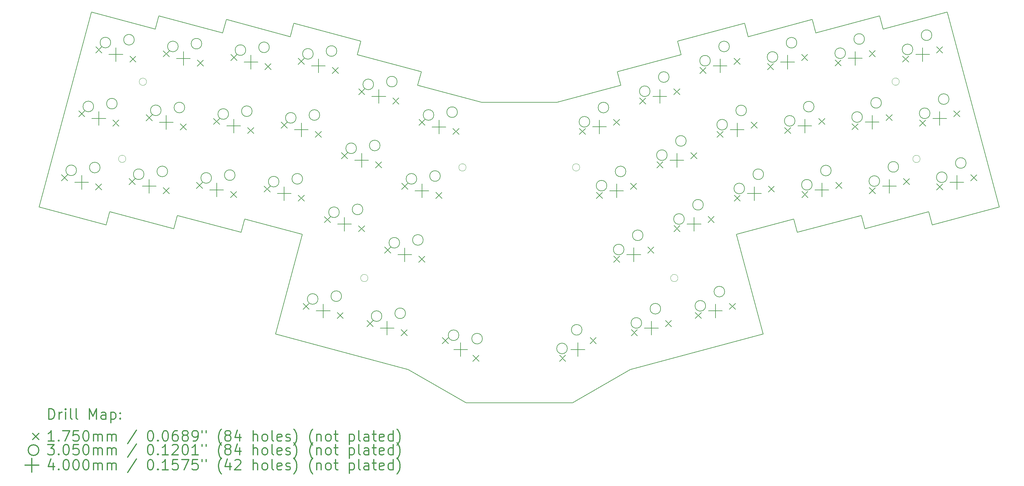
<source format=gbr>
%FSLAX45Y45*%
G04 Gerber Fmt 4.5, Leading zero omitted, Abs format (unit mm)*
G04 Created by KiCad (PCBNEW (5.1.12-1-10_14)) date 2022-10-16 17:34:38*
%MOMM*%
%LPD*%
G01*
G04 APERTURE LIST*
%TA.AperFunction,Profile*%
%ADD10C,0.050000*%
%TD*%
%TA.AperFunction,Profile*%
%ADD11C,0.200000*%
%TD*%
%ADD12C,0.200000*%
%ADD13C,0.300000*%
G04 APERTURE END LIST*
D10*
X16522000Y-9815000D02*
G75*
G03*
X16522000Y-9815000I-105000J0D01*
G01*
X13249000Y-9816000D02*
G75*
G03*
X13249000Y-9816000I-105000J0D01*
G01*
X25721000Y-7347000D02*
G75*
G03*
X25721000Y-7347000I-105000J0D01*
G01*
X26320000Y-9572000D02*
G75*
G03*
X26320000Y-9572000I-105000J0D01*
G01*
X19348000Y-13002000D02*
G75*
G03*
X19348000Y-13002000I-105000J0D01*
G01*
X10424000Y-13002000D02*
G75*
G03*
X10424000Y-13002000I-105000J0D01*
G01*
X4049000Y-7350000D02*
G75*
G03*
X4049000Y-7350000I-105000J0D01*
G01*
X3454000Y-9570000D02*
G75*
G03*
X3454000Y-9570000I-105000J0D01*
G01*
D11*
X21799552Y-14615958D02*
X21030093Y-11744300D01*
X4404083Y-5451743D02*
X4301784Y-5833525D01*
X7761614Y-14615958D02*
X8531073Y-11744300D01*
X8531073Y-11744300D02*
X6879339Y-11301720D01*
X17704966Y-7448532D02*
X15864877Y-7941582D01*
X21269851Y-5665103D02*
X21373378Y-6051473D01*
X4404083Y-5451743D02*
X6244171Y-5944793D01*
X11959728Y-7062162D02*
X11856200Y-7448532D01*
X6347699Y-5558423D02*
X8187788Y-6051473D01*
X4934494Y-11199628D02*
X6775812Y-11688090D01*
X8291315Y-5665103D02*
X8187788Y-6051473D01*
X957957Y-10952504D02*
X2461696Y-5340475D01*
X19337999Y-6182741D02*
X19441527Y-6569111D01*
X22785354Y-11688090D02*
X22681826Y-11301720D01*
X11856200Y-7448532D02*
X13696289Y-7941582D01*
X24626672Y-11199628D02*
X22785354Y-11688090D01*
X4832196Y-11581410D02*
X4934494Y-11199628D01*
X21269851Y-5665103D02*
X19337999Y-6182741D01*
X24728970Y-11581410D02*
X24626672Y-11199628D01*
X21799552Y-14615958D02*
X17975069Y-15640725D01*
X25157083Y-5451743D02*
X25259382Y-5833525D01*
X23213467Y-5558423D02*
X21373378Y-6051473D01*
X7761614Y-14615958D02*
X11586097Y-15640725D01*
X28603209Y-10952504D02*
X27099470Y-5340475D01*
X4832196Y-11581410D02*
X2992107Y-11088360D01*
X6775812Y-11688090D02*
X6879339Y-11301720D01*
X25157083Y-5451743D02*
X23316995Y-5944793D01*
X17601438Y-7062162D02*
X17704966Y-7448532D01*
X26671357Y-11470142D02*
X26569059Y-11088360D01*
X11959728Y-7062162D02*
X10119639Y-6569111D01*
X21030093Y-11744300D02*
X22681826Y-11301720D01*
X10223167Y-6182741D02*
X10119639Y-6569111D01*
X6347699Y-5558423D02*
X6244171Y-5944793D01*
X15864877Y-7941582D02*
X13696289Y-7941582D01*
X24728970Y-11581410D02*
X26569059Y-11088360D01*
X8291315Y-5665103D02*
X10223167Y-6182741D01*
X2461696Y-5340475D02*
X4301784Y-5833525D01*
X23213467Y-5558423D02*
X23316995Y-5944793D01*
X2889809Y-11470142D02*
X957957Y-10952504D01*
X2889809Y-11470142D02*
X2992107Y-11088360D01*
X11586097Y-15640725D02*
X13247138Y-16591817D01*
X27099470Y-5340475D02*
X25259382Y-5833525D01*
X16314028Y-16591817D02*
X17975069Y-15640725D01*
X26671357Y-11470142D02*
X28603209Y-10952504D01*
X17601438Y-7062162D02*
X19441527Y-6569111D01*
X13247138Y-16591817D02*
X16314028Y-16591817D01*
D12*
X1604310Y-10026020D02*
X1779310Y-10201020D01*
X1779310Y-10026020D02*
X1604310Y-10201020D01*
X2096810Y-8186020D02*
X2271810Y-8361020D01*
X2271810Y-8186020D02*
X2096810Y-8361020D01*
X2585690Y-10288980D02*
X2760690Y-10463980D01*
X2760690Y-10288980D02*
X2585690Y-10463980D01*
X2589107Y-6345916D02*
X2764107Y-6520916D01*
X2764107Y-6345916D02*
X2589107Y-6520916D01*
X3078190Y-8448980D02*
X3253190Y-8623980D01*
X3253190Y-8448980D02*
X3078190Y-8623980D01*
X3547810Y-10138020D02*
X3722810Y-10313020D01*
X3722810Y-10138020D02*
X3547810Y-10313020D01*
X3570487Y-6608876D02*
X3745487Y-6783876D01*
X3745487Y-6608876D02*
X3570487Y-6783876D01*
X4040087Y-8297975D02*
X4215087Y-8472975D01*
X4215087Y-8297975D02*
X4040087Y-8472975D01*
X4529190Y-10400980D02*
X4704190Y-10575980D01*
X4704190Y-10400980D02*
X4529190Y-10575980D01*
X4531810Y-6458520D02*
X4706810Y-6633520D01*
X4706810Y-6458520D02*
X4531810Y-6633520D01*
X5021468Y-8560935D02*
X5196468Y-8735935D01*
X5196468Y-8560935D02*
X5021468Y-8735935D01*
X5490810Y-10244020D02*
X5665810Y-10419020D01*
X5665810Y-10244020D02*
X5490810Y-10419020D01*
X5513190Y-6721480D02*
X5688190Y-6896480D01*
X5688190Y-6721480D02*
X5513190Y-6896480D01*
X5981810Y-8403520D02*
X6156810Y-8578520D01*
X6156810Y-8403520D02*
X5981810Y-8578520D01*
X6472190Y-10506980D02*
X6647190Y-10681980D01*
X6647190Y-10506980D02*
X6472190Y-10681980D01*
X6476810Y-6563520D02*
X6651810Y-6738520D01*
X6651810Y-6563520D02*
X6476810Y-6738520D01*
X6963190Y-8666480D02*
X7138190Y-8841480D01*
X7138190Y-8666480D02*
X6963190Y-8841480D01*
X7434310Y-10351020D02*
X7609310Y-10526020D01*
X7609310Y-10351020D02*
X7434310Y-10526020D01*
X7458190Y-6826480D02*
X7633190Y-7001480D01*
X7633190Y-6826480D02*
X7458190Y-7001480D01*
X7926810Y-8513520D02*
X8101810Y-8688520D01*
X8101810Y-8513520D02*
X7926810Y-8688520D01*
X8415690Y-10613980D02*
X8590690Y-10788980D01*
X8590690Y-10613980D02*
X8415690Y-10788980D01*
X8419310Y-6671020D02*
X8594310Y-6846020D01*
X8594310Y-6671020D02*
X8419310Y-6846020D01*
X8556810Y-13730020D02*
X8731810Y-13905020D01*
X8731810Y-13730020D02*
X8556810Y-13905020D01*
X8908190Y-8776480D02*
X9083190Y-8951480D01*
X9083190Y-8776480D02*
X8908190Y-8951480D01*
X9169810Y-11232020D02*
X9344810Y-11407020D01*
X9344810Y-11232020D02*
X9169810Y-11407020D01*
X9400690Y-6933980D02*
X9575690Y-7108980D01*
X9575690Y-6933980D02*
X9400690Y-7108980D01*
X9538190Y-13992980D02*
X9713190Y-14167980D01*
X9713190Y-13992980D02*
X9538190Y-14167980D01*
X9664310Y-9391020D02*
X9839310Y-9566020D01*
X9839310Y-9391020D02*
X9664310Y-9566020D01*
X10151190Y-11494980D02*
X10326190Y-11669980D01*
X10326190Y-11494980D02*
X10151190Y-11669980D01*
X10156810Y-7551020D02*
X10331810Y-7726020D01*
X10331810Y-7551020D02*
X10156810Y-7726020D01*
X10396810Y-14223520D02*
X10571810Y-14398520D01*
X10571810Y-14223520D02*
X10396810Y-14398520D01*
X10645690Y-9653980D02*
X10820690Y-9828980D01*
X10820690Y-9653980D02*
X10645690Y-9828980D01*
X10906810Y-12111020D02*
X11081810Y-12286020D01*
X11081810Y-12111020D02*
X10906810Y-12286020D01*
X11138190Y-7813980D02*
X11313190Y-7988980D01*
X11313190Y-7813980D02*
X11138190Y-7988980D01*
X11378190Y-14486480D02*
X11553190Y-14661480D01*
X11553190Y-14486480D02*
X11378190Y-14661480D01*
X11399810Y-10270020D02*
X11574810Y-10445020D01*
X11574810Y-10270020D02*
X11399810Y-10445020D01*
X11888190Y-12373980D02*
X12063190Y-12548980D01*
X12063190Y-12373980D02*
X11888190Y-12548980D01*
X11891810Y-8431020D02*
X12066810Y-8606020D01*
X12066810Y-8431020D02*
X11891810Y-8606020D01*
X12381190Y-10532980D02*
X12556190Y-10707980D01*
X12556190Y-10532980D02*
X12381190Y-10707980D01*
X12564559Y-14718500D02*
X12739559Y-14893500D01*
X12739559Y-14718500D02*
X12564559Y-14893500D01*
X12873190Y-8693980D02*
X13048190Y-8868980D01*
X13048190Y-8693980D02*
X12873190Y-8868980D01*
X13444441Y-15226500D02*
X13619441Y-15401500D01*
X13619441Y-15226500D02*
X13444441Y-15401500D01*
X15940559Y-15226500D02*
X16115559Y-15401500D01*
X16115559Y-15226500D02*
X15940559Y-15401500D01*
X16511810Y-8692980D02*
X16686810Y-8867980D01*
X16686810Y-8692980D02*
X16511810Y-8867980D01*
X16820441Y-14718500D02*
X16995441Y-14893500D01*
X16995441Y-14718500D02*
X16820441Y-14893500D01*
X17004810Y-10532980D02*
X17179810Y-10707980D01*
X17179810Y-10532980D02*
X17004810Y-10707980D01*
X17493190Y-8430020D02*
X17668190Y-8605020D01*
X17668190Y-8430020D02*
X17493190Y-8605020D01*
X17498810Y-12371980D02*
X17673810Y-12546980D01*
X17673810Y-12371980D02*
X17498810Y-12546980D01*
X17986190Y-10270020D02*
X18161190Y-10445020D01*
X18161190Y-10270020D02*
X17986190Y-10445020D01*
X18006810Y-14485980D02*
X18181810Y-14660980D01*
X18181810Y-14485980D02*
X18006810Y-14660980D01*
X18248810Y-7813980D02*
X18423810Y-7988980D01*
X18423810Y-7813980D02*
X18248810Y-7988980D01*
X18480190Y-12109020D02*
X18655190Y-12284020D01*
X18655190Y-12109020D02*
X18480190Y-12284020D01*
X18741810Y-9653980D02*
X18916810Y-9828980D01*
X18916810Y-9653980D02*
X18741810Y-9828980D01*
X18988190Y-14223020D02*
X19163190Y-14398020D01*
X19163190Y-14223020D02*
X18988190Y-14398020D01*
X19230190Y-7551020D02*
X19405190Y-7726020D01*
X19405190Y-7551020D02*
X19230190Y-7726020D01*
X19234310Y-11492980D02*
X19409310Y-11667980D01*
X19409310Y-11492980D02*
X19234310Y-11667980D01*
X19723190Y-9391020D02*
X19898190Y-9566020D01*
X19898190Y-9391020D02*
X19723190Y-9566020D01*
X19848810Y-13992980D02*
X20023810Y-14167980D01*
X20023810Y-13992980D02*
X19848810Y-14167980D01*
X19984310Y-6933980D02*
X20159310Y-7108980D01*
X20159310Y-6933980D02*
X19984310Y-7108980D01*
X20215690Y-11230020D02*
X20390690Y-11405020D01*
X20390690Y-11230020D02*
X20215690Y-11405020D01*
X20476810Y-8776480D02*
X20651810Y-8951480D01*
X20651810Y-8776480D02*
X20476810Y-8951480D01*
X20830190Y-13730020D02*
X21005190Y-13905020D01*
X21005190Y-13730020D02*
X20830190Y-13905020D01*
X20965690Y-6671020D02*
X21140690Y-6846020D01*
X21140690Y-6671020D02*
X20965690Y-6846020D01*
X20969310Y-10613980D02*
X21144310Y-10788980D01*
X21144310Y-10613980D02*
X20969310Y-10788980D01*
X21458190Y-8513520D02*
X21633190Y-8688520D01*
X21633190Y-8513520D02*
X21458190Y-8688520D01*
X21926810Y-6826480D02*
X22101810Y-7001480D01*
X22101810Y-6826480D02*
X21926810Y-7001480D01*
X21950690Y-10351020D02*
X22125690Y-10526020D01*
X22125690Y-10351020D02*
X21950690Y-10526020D01*
X22421810Y-8666480D02*
X22596810Y-8841480D01*
X22596810Y-8666480D02*
X22421810Y-8841480D01*
X22908190Y-6563520D02*
X23083190Y-6738520D01*
X23083190Y-6563520D02*
X22908190Y-6738520D01*
X22915810Y-10506980D02*
X23090810Y-10681980D01*
X23090810Y-10506980D02*
X22915810Y-10681980D01*
X23403190Y-8403520D02*
X23578190Y-8578520D01*
X23578190Y-8403520D02*
X23403190Y-8578520D01*
X23874310Y-6718980D02*
X24049310Y-6893980D01*
X24049310Y-6718980D02*
X23874310Y-6893980D01*
X23897190Y-10244020D02*
X24072190Y-10419020D01*
X24072190Y-10244020D02*
X23897190Y-10419020D01*
X24361810Y-8556480D02*
X24536810Y-8731480D01*
X24536810Y-8556480D02*
X24361810Y-8731480D01*
X24855690Y-6456020D02*
X25030690Y-6631020D01*
X25030690Y-6456020D02*
X24855690Y-6631020D01*
X24857810Y-10400980D02*
X25032810Y-10575980D01*
X25032810Y-10400980D02*
X24857810Y-10575980D01*
X25343190Y-8293520D02*
X25518190Y-8468520D01*
X25518190Y-8293520D02*
X25343190Y-8468520D01*
X25814310Y-6608980D02*
X25989310Y-6783980D01*
X25989310Y-6608980D02*
X25814310Y-6783980D01*
X25839190Y-10138020D02*
X26014190Y-10313020D01*
X26014190Y-10138020D02*
X25839190Y-10313020D01*
X26307810Y-8448980D02*
X26482810Y-8623980D01*
X26482810Y-8448980D02*
X26307810Y-8623980D01*
X26795690Y-6346020D02*
X26970690Y-6521020D01*
X26970690Y-6346020D02*
X26795690Y-6521020D01*
X26799810Y-10289980D02*
X26974810Y-10464980D01*
X26974810Y-10289980D02*
X26799810Y-10464980D01*
X27289190Y-8186020D02*
X27464190Y-8361020D01*
X27464190Y-8186020D02*
X27289190Y-8361020D01*
X27781190Y-10027020D02*
X27956190Y-10202020D01*
X27956190Y-10027020D02*
X27781190Y-10202020D01*
X2032722Y-9901045D02*
G75*
G03*
X2032722Y-9901045I-152500J0D01*
G01*
X2525222Y-8061045D02*
G75*
G03*
X2525222Y-8061045I-152500J0D01*
G01*
X2711825Y-9820050D02*
G75*
G03*
X2711825Y-9820050I-152500J0D01*
G01*
X3017519Y-6220941D02*
G75*
G03*
X3017519Y-6220941I-152500J0D01*
G01*
X3204325Y-7980050D02*
G75*
G03*
X3204325Y-7980050I-152500J0D01*
G01*
X3696622Y-6139946D02*
G75*
G03*
X3696622Y-6139946I-152500J0D01*
G01*
X3976222Y-10013045D02*
G75*
G03*
X3976222Y-10013045I-152500J0D01*
G01*
X4468500Y-8173000D02*
G75*
G03*
X4468500Y-8173000I-152500J0D01*
G01*
X4655325Y-9932050D02*
G75*
G03*
X4655325Y-9932050I-152500J0D01*
G01*
X4960222Y-6333545D02*
G75*
G03*
X4960222Y-6333545I-152500J0D01*
G01*
X5147603Y-8092005D02*
G75*
G03*
X5147603Y-8092005I-152500J0D01*
G01*
X5639325Y-6252550D02*
G75*
G03*
X5639325Y-6252550I-152500J0D01*
G01*
X5919222Y-10119045D02*
G75*
G03*
X5919222Y-10119045I-152500J0D01*
G01*
X6410222Y-8278545D02*
G75*
G03*
X6410222Y-8278545I-152500J0D01*
G01*
X6598325Y-10038050D02*
G75*
G03*
X6598325Y-10038050I-152500J0D01*
G01*
X6905222Y-6438545D02*
G75*
G03*
X6905222Y-6438545I-152500J0D01*
G01*
X7089325Y-8197550D02*
G75*
G03*
X7089325Y-8197550I-152500J0D01*
G01*
X7584325Y-6357550D02*
G75*
G03*
X7584325Y-6357550I-152500J0D01*
G01*
X7862722Y-10226045D02*
G75*
G03*
X7862722Y-10226045I-152500J0D01*
G01*
X8355222Y-8388545D02*
G75*
G03*
X8355222Y-8388545I-152500J0D01*
G01*
X8541825Y-10145050D02*
G75*
G03*
X8541825Y-10145050I-152500J0D01*
G01*
X8847722Y-6546045D02*
G75*
G03*
X8847722Y-6546045I-152500J0D01*
G01*
X8985222Y-13605045D02*
G75*
G03*
X8985222Y-13605045I-152500J0D01*
G01*
X9034325Y-8307550D02*
G75*
G03*
X9034325Y-8307550I-152500J0D01*
G01*
X9526825Y-6465050D02*
G75*
G03*
X9526825Y-6465050I-152500J0D01*
G01*
X9598222Y-11107045D02*
G75*
G03*
X9598222Y-11107045I-152500J0D01*
G01*
X9664325Y-13524050D02*
G75*
G03*
X9664325Y-13524050I-152500J0D01*
G01*
X10092722Y-9266045D02*
G75*
G03*
X10092722Y-9266045I-152500J0D01*
G01*
X10277325Y-11026050D02*
G75*
G03*
X10277325Y-11026050I-152500J0D01*
G01*
X10585222Y-7426045D02*
G75*
G03*
X10585222Y-7426045I-152500J0D01*
G01*
X10771825Y-9185050D02*
G75*
G03*
X10771825Y-9185050I-152500J0D01*
G01*
X10825222Y-14098545D02*
G75*
G03*
X10825222Y-14098545I-152500J0D01*
G01*
X11264325Y-7345050D02*
G75*
G03*
X11264325Y-7345050I-152500J0D01*
G01*
X11335222Y-11986045D02*
G75*
G03*
X11335222Y-11986045I-152500J0D01*
G01*
X11504325Y-14017550D02*
G75*
G03*
X11504325Y-14017550I-152500J0D01*
G01*
X11828222Y-10145045D02*
G75*
G03*
X11828222Y-10145045I-152500J0D01*
G01*
X12014325Y-11905050D02*
G75*
G03*
X12014325Y-11905050I-152500J0D01*
G01*
X12320222Y-8306045D02*
G75*
G03*
X12320222Y-8306045I-152500J0D01*
G01*
X12507325Y-10064050D02*
G75*
G03*
X12507325Y-10064050I-152500J0D01*
G01*
X12999325Y-8225050D02*
G75*
G03*
X12999325Y-8225050I-152500J0D01*
G01*
X13041544Y-14649529D02*
G75*
G03*
X13041544Y-14649529I-152500J0D01*
G01*
X13718470Y-14747059D02*
G75*
G03*
X13718470Y-14747059I-152500J0D01*
G01*
X16163544Y-15030529D02*
G75*
G03*
X16163544Y-15030529I-152500J0D01*
G01*
X16586470Y-14493059D02*
G75*
G03*
X16586470Y-14493059I-152500J0D01*
G01*
X16808742Y-8502265D02*
G75*
G03*
X16808742Y-8502265I-152500J0D01*
G01*
X17301742Y-10342265D02*
G75*
G03*
X17301742Y-10342265I-152500J0D01*
G01*
X17356365Y-8092570D02*
G75*
G03*
X17356365Y-8092570I-152500J0D01*
G01*
X17795742Y-12181265D02*
G75*
G03*
X17795742Y-12181265I-152500J0D01*
G01*
X17849365Y-9932570D02*
G75*
G03*
X17849365Y-9932570I-152500J0D01*
G01*
X18303742Y-14295265D02*
G75*
G03*
X18303742Y-14295265I-152500J0D01*
G01*
X18343365Y-11771570D02*
G75*
G03*
X18343365Y-11771570I-152500J0D01*
G01*
X18545742Y-7623265D02*
G75*
G03*
X18545742Y-7623265I-152500J0D01*
G01*
X18851365Y-13885570D02*
G75*
G03*
X18851365Y-13885570I-152500J0D01*
G01*
X19038742Y-9463265D02*
G75*
G03*
X19038742Y-9463265I-152500J0D01*
G01*
X19093365Y-7213570D02*
G75*
G03*
X19093365Y-7213570I-152500J0D01*
G01*
X19531242Y-11302265D02*
G75*
G03*
X19531242Y-11302265I-152500J0D01*
G01*
X19586365Y-9053570D02*
G75*
G03*
X19586365Y-9053570I-152500J0D01*
G01*
X20078865Y-10892570D02*
G75*
G03*
X20078865Y-10892570I-152500J0D01*
G01*
X20145742Y-13802265D02*
G75*
G03*
X20145742Y-13802265I-152500J0D01*
G01*
X20281242Y-6743265D02*
G75*
G03*
X20281242Y-6743265I-152500J0D01*
G01*
X20693365Y-13392570D02*
G75*
G03*
X20693365Y-13392570I-152500J0D01*
G01*
X20773742Y-8585765D02*
G75*
G03*
X20773742Y-8585765I-152500J0D01*
G01*
X20828865Y-6333570D02*
G75*
G03*
X20828865Y-6333570I-152500J0D01*
G01*
X21266242Y-10423265D02*
G75*
G03*
X21266242Y-10423265I-152500J0D01*
G01*
X21321365Y-8176070D02*
G75*
G03*
X21321365Y-8176070I-152500J0D01*
G01*
X21813865Y-10013570D02*
G75*
G03*
X21813865Y-10013570I-152500J0D01*
G01*
X22223742Y-6635765D02*
G75*
G03*
X22223742Y-6635765I-152500J0D01*
G01*
X22718742Y-8475765D02*
G75*
G03*
X22718742Y-8475765I-152500J0D01*
G01*
X22771365Y-6226070D02*
G75*
G03*
X22771365Y-6226070I-152500J0D01*
G01*
X23212742Y-10316265D02*
G75*
G03*
X23212742Y-10316265I-152500J0D01*
G01*
X23266365Y-8066070D02*
G75*
G03*
X23266365Y-8066070I-152500J0D01*
G01*
X23760365Y-9906570D02*
G75*
G03*
X23760365Y-9906570I-152500J0D01*
G01*
X24171242Y-6528265D02*
G75*
G03*
X24171242Y-6528265I-152500J0D01*
G01*
X24658742Y-8365765D02*
G75*
G03*
X24658742Y-8365765I-152500J0D01*
G01*
X24718865Y-6118570D02*
G75*
G03*
X24718865Y-6118570I-152500J0D01*
G01*
X25154742Y-10210265D02*
G75*
G03*
X25154742Y-10210265I-152500J0D01*
G01*
X25206365Y-7956070D02*
G75*
G03*
X25206365Y-7956070I-152500J0D01*
G01*
X25702365Y-9800570D02*
G75*
G03*
X25702365Y-9800570I-152500J0D01*
G01*
X26111242Y-6418265D02*
G75*
G03*
X26111242Y-6418265I-152500J0D01*
G01*
X26604742Y-8258265D02*
G75*
G03*
X26604742Y-8258265I-152500J0D01*
G01*
X26658865Y-6008570D02*
G75*
G03*
X26658865Y-6008570I-152500J0D01*
G01*
X27096742Y-10099265D02*
G75*
G03*
X27096742Y-10099265I-152500J0D01*
G01*
X27152365Y-7848570D02*
G75*
G03*
X27152365Y-7848570I-152500J0D01*
G01*
X27644365Y-9689570D02*
G75*
G03*
X27644365Y-9689570I-152500J0D01*
G01*
X2182500Y-10045000D02*
X2182500Y-10445000D01*
X1982500Y-10245000D02*
X2382500Y-10245000D01*
X2675000Y-8205000D02*
X2675000Y-8605000D01*
X2475000Y-8405000D02*
X2875000Y-8405000D01*
X3167297Y-6364896D02*
X3167297Y-6764896D01*
X2967297Y-6564896D02*
X3367297Y-6564896D01*
X4126000Y-10157000D02*
X4126000Y-10557000D01*
X3926000Y-10357000D02*
X4326000Y-10357000D01*
X4618278Y-8316955D02*
X4618278Y-8716955D01*
X4418278Y-8516955D02*
X4818278Y-8516955D01*
X5110000Y-6477500D02*
X5110000Y-6877500D01*
X4910000Y-6677500D02*
X5310000Y-6677500D01*
X6069000Y-10263000D02*
X6069000Y-10663000D01*
X5869000Y-10463000D02*
X6269000Y-10463000D01*
X6560000Y-8422500D02*
X6560000Y-8822500D01*
X6360000Y-8622500D02*
X6760000Y-8622500D01*
X7055000Y-6582500D02*
X7055000Y-6982500D01*
X6855000Y-6782500D02*
X7255000Y-6782500D01*
X8012500Y-10370000D02*
X8012500Y-10770000D01*
X7812500Y-10570000D02*
X8212500Y-10570000D01*
X8505000Y-8532500D02*
X8505000Y-8932500D01*
X8305000Y-8732500D02*
X8705000Y-8732500D01*
X8997500Y-6690000D02*
X8997500Y-7090000D01*
X8797500Y-6890000D02*
X9197500Y-6890000D01*
X9135000Y-13749000D02*
X9135000Y-14149000D01*
X8935000Y-13949000D02*
X9335000Y-13949000D01*
X9748000Y-11251000D02*
X9748000Y-11651000D01*
X9548000Y-11451000D02*
X9948000Y-11451000D01*
X10242500Y-9410000D02*
X10242500Y-9810000D01*
X10042500Y-9610000D02*
X10442500Y-9610000D01*
X10735000Y-7570000D02*
X10735000Y-7970000D01*
X10535000Y-7770000D02*
X10935000Y-7770000D01*
X10975000Y-14242500D02*
X10975000Y-14642500D01*
X10775000Y-14442500D02*
X11175000Y-14442500D01*
X11485000Y-12130000D02*
X11485000Y-12530000D01*
X11285000Y-12330000D02*
X11685000Y-12330000D01*
X11978000Y-10289000D02*
X11978000Y-10689000D01*
X11778000Y-10489000D02*
X12178000Y-10489000D01*
X12470000Y-8450000D02*
X12470000Y-8850000D01*
X12270000Y-8650000D02*
X12670000Y-8650000D01*
X13092000Y-14860000D02*
X13092000Y-15260000D01*
X12892000Y-15060000D02*
X13292000Y-15060000D01*
X16468000Y-14860000D02*
X16468000Y-15260000D01*
X16268000Y-15060000D02*
X16668000Y-15060000D01*
X17090000Y-8449000D02*
X17090000Y-8849000D01*
X16890000Y-8649000D02*
X17290000Y-8649000D01*
X17583000Y-10289000D02*
X17583000Y-10689000D01*
X17383000Y-10489000D02*
X17783000Y-10489000D01*
X18077000Y-12128000D02*
X18077000Y-12528000D01*
X17877000Y-12328000D02*
X18277000Y-12328000D01*
X18585000Y-14242000D02*
X18585000Y-14642000D01*
X18385000Y-14442000D02*
X18785000Y-14442000D01*
X18827000Y-7570000D02*
X18827000Y-7970000D01*
X18627000Y-7770000D02*
X19027000Y-7770000D01*
X19320000Y-9410000D02*
X19320000Y-9810000D01*
X19120000Y-9610000D02*
X19520000Y-9610000D01*
X19812500Y-11249000D02*
X19812500Y-11649000D01*
X19612500Y-11449000D02*
X20012500Y-11449000D01*
X20427000Y-13749000D02*
X20427000Y-14149000D01*
X20227000Y-13949000D02*
X20627000Y-13949000D01*
X20562500Y-6690000D02*
X20562500Y-7090000D01*
X20362500Y-6890000D02*
X20762500Y-6890000D01*
X21055000Y-8532500D02*
X21055000Y-8932500D01*
X20855000Y-8732500D02*
X21255000Y-8732500D01*
X21547500Y-10370000D02*
X21547500Y-10770000D01*
X21347500Y-10570000D02*
X21747500Y-10570000D01*
X22505000Y-6582500D02*
X22505000Y-6982500D01*
X22305000Y-6782500D02*
X22705000Y-6782500D01*
X23000000Y-8422500D02*
X23000000Y-8822500D01*
X22800000Y-8622500D02*
X23200000Y-8622500D01*
X23494000Y-10263000D02*
X23494000Y-10663000D01*
X23294000Y-10463000D02*
X23694000Y-10463000D01*
X24452500Y-6475000D02*
X24452500Y-6875000D01*
X24252500Y-6675000D02*
X24652500Y-6675000D01*
X24940000Y-8312500D02*
X24940000Y-8712500D01*
X24740000Y-8512500D02*
X25140000Y-8512500D01*
X25436000Y-10157000D02*
X25436000Y-10557000D01*
X25236000Y-10357000D02*
X25636000Y-10357000D01*
X26392500Y-6365000D02*
X26392500Y-6765000D01*
X26192500Y-6565000D02*
X26592500Y-6565000D01*
X26886000Y-8205000D02*
X26886000Y-8605000D01*
X26686000Y-8405000D02*
X27086000Y-8405000D01*
X27378000Y-10046000D02*
X27378000Y-10446000D01*
X27178000Y-10246000D02*
X27578000Y-10246000D01*
D13*
X1234385Y-17067531D02*
X1234385Y-16767531D01*
X1305814Y-16767531D01*
X1348671Y-16781817D01*
X1377243Y-16810389D01*
X1391528Y-16838960D01*
X1405814Y-16896103D01*
X1405814Y-16938960D01*
X1391528Y-16996103D01*
X1377243Y-17024674D01*
X1348671Y-17053246D01*
X1305814Y-17067531D01*
X1234385Y-17067531D01*
X1534385Y-17067531D02*
X1534385Y-16867531D01*
X1534385Y-16924674D02*
X1548671Y-16896103D01*
X1562957Y-16881817D01*
X1591528Y-16867531D01*
X1620100Y-16867531D01*
X1720100Y-17067531D02*
X1720100Y-16867531D01*
X1720100Y-16767531D02*
X1705814Y-16781817D01*
X1720100Y-16796103D01*
X1734385Y-16781817D01*
X1720100Y-16767531D01*
X1720100Y-16796103D01*
X1905814Y-17067531D02*
X1877243Y-17053246D01*
X1862957Y-17024674D01*
X1862957Y-16767531D01*
X2062957Y-17067531D02*
X2034385Y-17053246D01*
X2020100Y-17024674D01*
X2020100Y-16767531D01*
X2405814Y-17067531D02*
X2405814Y-16767531D01*
X2505814Y-16981817D01*
X2605814Y-16767531D01*
X2605814Y-17067531D01*
X2877243Y-17067531D02*
X2877243Y-16910389D01*
X2862957Y-16881817D01*
X2834385Y-16867531D01*
X2777243Y-16867531D01*
X2748671Y-16881817D01*
X2877243Y-17053246D02*
X2848671Y-17067531D01*
X2777243Y-17067531D01*
X2748671Y-17053246D01*
X2734385Y-17024674D01*
X2734385Y-16996103D01*
X2748671Y-16967531D01*
X2777243Y-16953246D01*
X2848671Y-16953246D01*
X2877243Y-16938960D01*
X3020100Y-16867531D02*
X3020100Y-17167531D01*
X3020100Y-16881817D02*
X3048671Y-16867531D01*
X3105814Y-16867531D01*
X3134385Y-16881817D01*
X3148671Y-16896103D01*
X3162957Y-16924674D01*
X3162957Y-17010389D01*
X3148671Y-17038960D01*
X3134385Y-17053246D01*
X3105814Y-17067531D01*
X3048671Y-17067531D01*
X3020100Y-17053246D01*
X3291528Y-17038960D02*
X3305814Y-17053246D01*
X3291528Y-17067531D01*
X3277243Y-17053246D01*
X3291528Y-17038960D01*
X3291528Y-17067531D01*
X3291528Y-16881817D02*
X3305814Y-16896103D01*
X3291528Y-16910389D01*
X3277243Y-16896103D01*
X3291528Y-16881817D01*
X3291528Y-16910389D01*
X772957Y-17474317D02*
X947957Y-17649317D01*
X947957Y-17474317D02*
X772957Y-17649317D01*
X1391528Y-17697531D02*
X1220100Y-17697531D01*
X1305814Y-17697531D02*
X1305814Y-17397531D01*
X1277243Y-17440389D01*
X1248671Y-17468960D01*
X1220100Y-17483246D01*
X1520100Y-17668960D02*
X1534385Y-17683246D01*
X1520100Y-17697531D01*
X1505814Y-17683246D01*
X1520100Y-17668960D01*
X1520100Y-17697531D01*
X1634385Y-17397531D02*
X1834385Y-17397531D01*
X1705814Y-17697531D01*
X2091528Y-17397531D02*
X1948671Y-17397531D01*
X1934385Y-17540389D01*
X1948671Y-17526103D01*
X1977243Y-17511817D01*
X2048671Y-17511817D01*
X2077243Y-17526103D01*
X2091528Y-17540389D01*
X2105814Y-17568960D01*
X2105814Y-17640389D01*
X2091528Y-17668960D01*
X2077243Y-17683246D01*
X2048671Y-17697531D01*
X1977243Y-17697531D01*
X1948671Y-17683246D01*
X1934385Y-17668960D01*
X2291528Y-17397531D02*
X2320100Y-17397531D01*
X2348671Y-17411817D01*
X2362957Y-17426103D01*
X2377243Y-17454674D01*
X2391528Y-17511817D01*
X2391528Y-17583246D01*
X2377243Y-17640389D01*
X2362957Y-17668960D01*
X2348671Y-17683246D01*
X2320100Y-17697531D01*
X2291528Y-17697531D01*
X2262957Y-17683246D01*
X2248671Y-17668960D01*
X2234385Y-17640389D01*
X2220100Y-17583246D01*
X2220100Y-17511817D01*
X2234385Y-17454674D01*
X2248671Y-17426103D01*
X2262957Y-17411817D01*
X2291528Y-17397531D01*
X2520100Y-17697531D02*
X2520100Y-17497531D01*
X2520100Y-17526103D02*
X2534385Y-17511817D01*
X2562957Y-17497531D01*
X2605814Y-17497531D01*
X2634385Y-17511817D01*
X2648671Y-17540389D01*
X2648671Y-17697531D01*
X2648671Y-17540389D02*
X2662957Y-17511817D01*
X2691528Y-17497531D01*
X2734385Y-17497531D01*
X2762957Y-17511817D01*
X2777243Y-17540389D01*
X2777243Y-17697531D01*
X2920100Y-17697531D02*
X2920100Y-17497531D01*
X2920100Y-17526103D02*
X2934385Y-17511817D01*
X2962957Y-17497531D01*
X3005814Y-17497531D01*
X3034385Y-17511817D01*
X3048671Y-17540389D01*
X3048671Y-17697531D01*
X3048671Y-17540389D02*
X3062957Y-17511817D01*
X3091528Y-17497531D01*
X3134385Y-17497531D01*
X3162957Y-17511817D01*
X3177243Y-17540389D01*
X3177243Y-17697531D01*
X3762957Y-17383246D02*
X3505814Y-17768960D01*
X4148671Y-17397531D02*
X4177243Y-17397531D01*
X4205814Y-17411817D01*
X4220100Y-17426103D01*
X4234385Y-17454674D01*
X4248671Y-17511817D01*
X4248671Y-17583246D01*
X4234385Y-17640389D01*
X4220100Y-17668960D01*
X4205814Y-17683246D01*
X4177243Y-17697531D01*
X4148671Y-17697531D01*
X4120100Y-17683246D01*
X4105814Y-17668960D01*
X4091528Y-17640389D01*
X4077243Y-17583246D01*
X4077243Y-17511817D01*
X4091528Y-17454674D01*
X4105814Y-17426103D01*
X4120100Y-17411817D01*
X4148671Y-17397531D01*
X4377243Y-17668960D02*
X4391528Y-17683246D01*
X4377243Y-17697531D01*
X4362957Y-17683246D01*
X4377243Y-17668960D01*
X4377243Y-17697531D01*
X4577243Y-17397531D02*
X4605814Y-17397531D01*
X4634385Y-17411817D01*
X4648671Y-17426103D01*
X4662957Y-17454674D01*
X4677243Y-17511817D01*
X4677243Y-17583246D01*
X4662957Y-17640389D01*
X4648671Y-17668960D01*
X4634385Y-17683246D01*
X4605814Y-17697531D01*
X4577243Y-17697531D01*
X4548671Y-17683246D01*
X4534385Y-17668960D01*
X4520100Y-17640389D01*
X4505814Y-17583246D01*
X4505814Y-17511817D01*
X4520100Y-17454674D01*
X4534385Y-17426103D01*
X4548671Y-17411817D01*
X4577243Y-17397531D01*
X4934385Y-17397531D02*
X4877243Y-17397531D01*
X4848671Y-17411817D01*
X4834385Y-17426103D01*
X4805814Y-17468960D01*
X4791528Y-17526103D01*
X4791528Y-17640389D01*
X4805814Y-17668960D01*
X4820100Y-17683246D01*
X4848671Y-17697531D01*
X4905814Y-17697531D01*
X4934385Y-17683246D01*
X4948671Y-17668960D01*
X4962957Y-17640389D01*
X4962957Y-17568960D01*
X4948671Y-17540389D01*
X4934385Y-17526103D01*
X4905814Y-17511817D01*
X4848671Y-17511817D01*
X4820100Y-17526103D01*
X4805814Y-17540389D01*
X4791528Y-17568960D01*
X5134385Y-17526103D02*
X5105814Y-17511817D01*
X5091528Y-17497531D01*
X5077243Y-17468960D01*
X5077243Y-17454674D01*
X5091528Y-17426103D01*
X5105814Y-17411817D01*
X5134385Y-17397531D01*
X5191528Y-17397531D01*
X5220100Y-17411817D01*
X5234385Y-17426103D01*
X5248671Y-17454674D01*
X5248671Y-17468960D01*
X5234385Y-17497531D01*
X5220100Y-17511817D01*
X5191528Y-17526103D01*
X5134385Y-17526103D01*
X5105814Y-17540389D01*
X5091528Y-17554674D01*
X5077243Y-17583246D01*
X5077243Y-17640389D01*
X5091528Y-17668960D01*
X5105814Y-17683246D01*
X5134385Y-17697531D01*
X5191528Y-17697531D01*
X5220100Y-17683246D01*
X5234385Y-17668960D01*
X5248671Y-17640389D01*
X5248671Y-17583246D01*
X5234385Y-17554674D01*
X5220100Y-17540389D01*
X5191528Y-17526103D01*
X5391528Y-17697531D02*
X5448671Y-17697531D01*
X5477243Y-17683246D01*
X5491528Y-17668960D01*
X5520100Y-17626103D01*
X5534385Y-17568960D01*
X5534385Y-17454674D01*
X5520100Y-17426103D01*
X5505814Y-17411817D01*
X5477243Y-17397531D01*
X5420100Y-17397531D01*
X5391528Y-17411817D01*
X5377243Y-17426103D01*
X5362957Y-17454674D01*
X5362957Y-17526103D01*
X5377243Y-17554674D01*
X5391528Y-17568960D01*
X5420100Y-17583246D01*
X5477243Y-17583246D01*
X5505814Y-17568960D01*
X5520100Y-17554674D01*
X5534385Y-17526103D01*
X5648671Y-17397531D02*
X5648671Y-17454674D01*
X5762957Y-17397531D02*
X5762957Y-17454674D01*
X6205814Y-17811817D02*
X6191528Y-17797531D01*
X6162957Y-17754674D01*
X6148671Y-17726103D01*
X6134385Y-17683246D01*
X6120100Y-17611817D01*
X6120100Y-17554674D01*
X6134385Y-17483246D01*
X6148671Y-17440389D01*
X6162957Y-17411817D01*
X6191528Y-17368960D01*
X6205814Y-17354674D01*
X6362957Y-17526103D02*
X6334385Y-17511817D01*
X6320100Y-17497531D01*
X6305814Y-17468960D01*
X6305814Y-17454674D01*
X6320100Y-17426103D01*
X6334385Y-17411817D01*
X6362957Y-17397531D01*
X6420100Y-17397531D01*
X6448671Y-17411817D01*
X6462957Y-17426103D01*
X6477243Y-17454674D01*
X6477243Y-17468960D01*
X6462957Y-17497531D01*
X6448671Y-17511817D01*
X6420100Y-17526103D01*
X6362957Y-17526103D01*
X6334385Y-17540389D01*
X6320100Y-17554674D01*
X6305814Y-17583246D01*
X6305814Y-17640389D01*
X6320100Y-17668960D01*
X6334385Y-17683246D01*
X6362957Y-17697531D01*
X6420100Y-17697531D01*
X6448671Y-17683246D01*
X6462957Y-17668960D01*
X6477243Y-17640389D01*
X6477243Y-17583246D01*
X6462957Y-17554674D01*
X6448671Y-17540389D01*
X6420100Y-17526103D01*
X6734385Y-17497531D02*
X6734385Y-17697531D01*
X6662957Y-17383246D02*
X6591528Y-17597531D01*
X6777243Y-17597531D01*
X7120100Y-17697531D02*
X7120100Y-17397531D01*
X7248671Y-17697531D02*
X7248671Y-17540389D01*
X7234385Y-17511817D01*
X7205814Y-17497531D01*
X7162957Y-17497531D01*
X7134385Y-17511817D01*
X7120100Y-17526103D01*
X7434385Y-17697531D02*
X7405814Y-17683246D01*
X7391528Y-17668960D01*
X7377243Y-17640389D01*
X7377243Y-17554674D01*
X7391528Y-17526103D01*
X7405814Y-17511817D01*
X7434385Y-17497531D01*
X7477243Y-17497531D01*
X7505814Y-17511817D01*
X7520100Y-17526103D01*
X7534385Y-17554674D01*
X7534385Y-17640389D01*
X7520100Y-17668960D01*
X7505814Y-17683246D01*
X7477243Y-17697531D01*
X7434385Y-17697531D01*
X7705814Y-17697531D02*
X7677243Y-17683246D01*
X7662957Y-17654674D01*
X7662957Y-17397531D01*
X7934385Y-17683246D02*
X7905814Y-17697531D01*
X7848671Y-17697531D01*
X7820100Y-17683246D01*
X7805814Y-17654674D01*
X7805814Y-17540389D01*
X7820100Y-17511817D01*
X7848671Y-17497531D01*
X7905814Y-17497531D01*
X7934385Y-17511817D01*
X7948671Y-17540389D01*
X7948671Y-17568960D01*
X7805814Y-17597531D01*
X8062957Y-17683246D02*
X8091528Y-17697531D01*
X8148671Y-17697531D01*
X8177243Y-17683246D01*
X8191528Y-17654674D01*
X8191528Y-17640389D01*
X8177243Y-17611817D01*
X8148671Y-17597531D01*
X8105814Y-17597531D01*
X8077243Y-17583246D01*
X8062957Y-17554674D01*
X8062957Y-17540389D01*
X8077243Y-17511817D01*
X8105814Y-17497531D01*
X8148671Y-17497531D01*
X8177243Y-17511817D01*
X8291528Y-17811817D02*
X8305814Y-17797531D01*
X8334385Y-17754674D01*
X8348671Y-17726103D01*
X8362957Y-17683246D01*
X8377243Y-17611817D01*
X8377243Y-17554674D01*
X8362957Y-17483246D01*
X8348671Y-17440389D01*
X8334385Y-17411817D01*
X8305814Y-17368960D01*
X8291528Y-17354674D01*
X8834385Y-17811817D02*
X8820100Y-17797531D01*
X8791528Y-17754674D01*
X8777243Y-17726103D01*
X8762957Y-17683246D01*
X8748671Y-17611817D01*
X8748671Y-17554674D01*
X8762957Y-17483246D01*
X8777243Y-17440389D01*
X8791528Y-17411817D01*
X8820100Y-17368960D01*
X8834385Y-17354674D01*
X8948671Y-17497531D02*
X8948671Y-17697531D01*
X8948671Y-17526103D02*
X8962957Y-17511817D01*
X8991528Y-17497531D01*
X9034385Y-17497531D01*
X9062957Y-17511817D01*
X9077243Y-17540389D01*
X9077243Y-17697531D01*
X9262957Y-17697531D02*
X9234385Y-17683246D01*
X9220100Y-17668960D01*
X9205814Y-17640389D01*
X9205814Y-17554674D01*
X9220100Y-17526103D01*
X9234385Y-17511817D01*
X9262957Y-17497531D01*
X9305814Y-17497531D01*
X9334385Y-17511817D01*
X9348671Y-17526103D01*
X9362957Y-17554674D01*
X9362957Y-17640389D01*
X9348671Y-17668960D01*
X9334385Y-17683246D01*
X9305814Y-17697531D01*
X9262957Y-17697531D01*
X9448671Y-17497531D02*
X9562957Y-17497531D01*
X9491528Y-17397531D02*
X9491528Y-17654674D01*
X9505814Y-17683246D01*
X9534385Y-17697531D01*
X9562957Y-17697531D01*
X9891528Y-17497531D02*
X9891528Y-17797531D01*
X9891528Y-17511817D02*
X9920100Y-17497531D01*
X9977243Y-17497531D01*
X10005814Y-17511817D01*
X10020100Y-17526103D01*
X10034385Y-17554674D01*
X10034385Y-17640389D01*
X10020100Y-17668960D01*
X10005814Y-17683246D01*
X9977243Y-17697531D01*
X9920100Y-17697531D01*
X9891528Y-17683246D01*
X10205814Y-17697531D02*
X10177243Y-17683246D01*
X10162957Y-17654674D01*
X10162957Y-17397531D01*
X10448671Y-17697531D02*
X10448671Y-17540389D01*
X10434385Y-17511817D01*
X10405814Y-17497531D01*
X10348671Y-17497531D01*
X10320100Y-17511817D01*
X10448671Y-17683246D02*
X10420100Y-17697531D01*
X10348671Y-17697531D01*
X10320100Y-17683246D01*
X10305814Y-17654674D01*
X10305814Y-17626103D01*
X10320100Y-17597531D01*
X10348671Y-17583246D01*
X10420100Y-17583246D01*
X10448671Y-17568960D01*
X10548671Y-17497531D02*
X10662957Y-17497531D01*
X10591528Y-17397531D02*
X10591528Y-17654674D01*
X10605814Y-17683246D01*
X10634385Y-17697531D01*
X10662957Y-17697531D01*
X10877243Y-17683246D02*
X10848671Y-17697531D01*
X10791528Y-17697531D01*
X10762957Y-17683246D01*
X10748671Y-17654674D01*
X10748671Y-17540389D01*
X10762957Y-17511817D01*
X10791528Y-17497531D01*
X10848671Y-17497531D01*
X10877243Y-17511817D01*
X10891528Y-17540389D01*
X10891528Y-17568960D01*
X10748671Y-17597531D01*
X11148671Y-17697531D02*
X11148671Y-17397531D01*
X11148671Y-17683246D02*
X11120100Y-17697531D01*
X11062957Y-17697531D01*
X11034385Y-17683246D01*
X11020100Y-17668960D01*
X11005814Y-17640389D01*
X11005814Y-17554674D01*
X11020100Y-17526103D01*
X11034385Y-17511817D01*
X11062957Y-17497531D01*
X11120100Y-17497531D01*
X11148671Y-17511817D01*
X11262957Y-17811817D02*
X11277243Y-17797531D01*
X11305814Y-17754674D01*
X11320100Y-17726103D01*
X11334385Y-17683246D01*
X11348671Y-17611817D01*
X11348671Y-17554674D01*
X11334385Y-17483246D01*
X11320100Y-17440389D01*
X11305814Y-17411817D01*
X11277243Y-17368960D01*
X11262957Y-17354674D01*
X947957Y-17957817D02*
G75*
G03*
X947957Y-17957817I-152500J0D01*
G01*
X1205814Y-17793531D02*
X1391528Y-17793531D01*
X1291528Y-17907817D01*
X1334385Y-17907817D01*
X1362957Y-17922103D01*
X1377243Y-17936389D01*
X1391528Y-17964960D01*
X1391528Y-18036389D01*
X1377243Y-18064960D01*
X1362957Y-18079246D01*
X1334385Y-18093531D01*
X1248671Y-18093531D01*
X1220100Y-18079246D01*
X1205814Y-18064960D01*
X1520100Y-18064960D02*
X1534385Y-18079246D01*
X1520100Y-18093531D01*
X1505814Y-18079246D01*
X1520100Y-18064960D01*
X1520100Y-18093531D01*
X1720100Y-17793531D02*
X1748671Y-17793531D01*
X1777243Y-17807817D01*
X1791528Y-17822103D01*
X1805814Y-17850674D01*
X1820100Y-17907817D01*
X1820100Y-17979246D01*
X1805814Y-18036389D01*
X1791528Y-18064960D01*
X1777243Y-18079246D01*
X1748671Y-18093531D01*
X1720100Y-18093531D01*
X1691528Y-18079246D01*
X1677243Y-18064960D01*
X1662957Y-18036389D01*
X1648671Y-17979246D01*
X1648671Y-17907817D01*
X1662957Y-17850674D01*
X1677243Y-17822103D01*
X1691528Y-17807817D01*
X1720100Y-17793531D01*
X2091528Y-17793531D02*
X1948671Y-17793531D01*
X1934385Y-17936389D01*
X1948671Y-17922103D01*
X1977243Y-17907817D01*
X2048671Y-17907817D01*
X2077243Y-17922103D01*
X2091528Y-17936389D01*
X2105814Y-17964960D01*
X2105814Y-18036389D01*
X2091528Y-18064960D01*
X2077243Y-18079246D01*
X2048671Y-18093531D01*
X1977243Y-18093531D01*
X1948671Y-18079246D01*
X1934385Y-18064960D01*
X2291528Y-17793531D02*
X2320100Y-17793531D01*
X2348671Y-17807817D01*
X2362957Y-17822103D01*
X2377243Y-17850674D01*
X2391528Y-17907817D01*
X2391528Y-17979246D01*
X2377243Y-18036389D01*
X2362957Y-18064960D01*
X2348671Y-18079246D01*
X2320100Y-18093531D01*
X2291528Y-18093531D01*
X2262957Y-18079246D01*
X2248671Y-18064960D01*
X2234385Y-18036389D01*
X2220100Y-17979246D01*
X2220100Y-17907817D01*
X2234385Y-17850674D01*
X2248671Y-17822103D01*
X2262957Y-17807817D01*
X2291528Y-17793531D01*
X2520100Y-18093531D02*
X2520100Y-17893531D01*
X2520100Y-17922103D02*
X2534385Y-17907817D01*
X2562957Y-17893531D01*
X2605814Y-17893531D01*
X2634385Y-17907817D01*
X2648671Y-17936389D01*
X2648671Y-18093531D01*
X2648671Y-17936389D02*
X2662957Y-17907817D01*
X2691528Y-17893531D01*
X2734385Y-17893531D01*
X2762957Y-17907817D01*
X2777243Y-17936389D01*
X2777243Y-18093531D01*
X2920100Y-18093531D02*
X2920100Y-17893531D01*
X2920100Y-17922103D02*
X2934385Y-17907817D01*
X2962957Y-17893531D01*
X3005814Y-17893531D01*
X3034385Y-17907817D01*
X3048671Y-17936389D01*
X3048671Y-18093531D01*
X3048671Y-17936389D02*
X3062957Y-17907817D01*
X3091528Y-17893531D01*
X3134385Y-17893531D01*
X3162957Y-17907817D01*
X3177243Y-17936389D01*
X3177243Y-18093531D01*
X3762957Y-17779246D02*
X3505814Y-18164960D01*
X4148671Y-17793531D02*
X4177243Y-17793531D01*
X4205814Y-17807817D01*
X4220100Y-17822103D01*
X4234385Y-17850674D01*
X4248671Y-17907817D01*
X4248671Y-17979246D01*
X4234385Y-18036389D01*
X4220100Y-18064960D01*
X4205814Y-18079246D01*
X4177243Y-18093531D01*
X4148671Y-18093531D01*
X4120100Y-18079246D01*
X4105814Y-18064960D01*
X4091528Y-18036389D01*
X4077243Y-17979246D01*
X4077243Y-17907817D01*
X4091528Y-17850674D01*
X4105814Y-17822103D01*
X4120100Y-17807817D01*
X4148671Y-17793531D01*
X4377243Y-18064960D02*
X4391528Y-18079246D01*
X4377243Y-18093531D01*
X4362957Y-18079246D01*
X4377243Y-18064960D01*
X4377243Y-18093531D01*
X4677243Y-18093531D02*
X4505814Y-18093531D01*
X4591528Y-18093531D02*
X4591528Y-17793531D01*
X4562957Y-17836389D01*
X4534385Y-17864960D01*
X4505814Y-17879246D01*
X4791528Y-17822103D02*
X4805814Y-17807817D01*
X4834385Y-17793531D01*
X4905814Y-17793531D01*
X4934385Y-17807817D01*
X4948671Y-17822103D01*
X4962957Y-17850674D01*
X4962957Y-17879246D01*
X4948671Y-17922103D01*
X4777243Y-18093531D01*
X4962957Y-18093531D01*
X5148671Y-17793531D02*
X5177243Y-17793531D01*
X5205814Y-17807817D01*
X5220100Y-17822103D01*
X5234385Y-17850674D01*
X5248671Y-17907817D01*
X5248671Y-17979246D01*
X5234385Y-18036389D01*
X5220100Y-18064960D01*
X5205814Y-18079246D01*
X5177243Y-18093531D01*
X5148671Y-18093531D01*
X5120100Y-18079246D01*
X5105814Y-18064960D01*
X5091528Y-18036389D01*
X5077243Y-17979246D01*
X5077243Y-17907817D01*
X5091528Y-17850674D01*
X5105814Y-17822103D01*
X5120100Y-17807817D01*
X5148671Y-17793531D01*
X5534385Y-18093531D02*
X5362957Y-18093531D01*
X5448671Y-18093531D02*
X5448671Y-17793531D01*
X5420100Y-17836389D01*
X5391528Y-17864960D01*
X5362957Y-17879246D01*
X5648671Y-17793531D02*
X5648671Y-17850674D01*
X5762957Y-17793531D02*
X5762957Y-17850674D01*
X6205814Y-18207817D02*
X6191528Y-18193531D01*
X6162957Y-18150674D01*
X6148671Y-18122103D01*
X6134385Y-18079246D01*
X6120100Y-18007817D01*
X6120100Y-17950674D01*
X6134385Y-17879246D01*
X6148671Y-17836389D01*
X6162957Y-17807817D01*
X6191528Y-17764960D01*
X6205814Y-17750674D01*
X6362957Y-17922103D02*
X6334385Y-17907817D01*
X6320100Y-17893531D01*
X6305814Y-17864960D01*
X6305814Y-17850674D01*
X6320100Y-17822103D01*
X6334385Y-17807817D01*
X6362957Y-17793531D01*
X6420100Y-17793531D01*
X6448671Y-17807817D01*
X6462957Y-17822103D01*
X6477243Y-17850674D01*
X6477243Y-17864960D01*
X6462957Y-17893531D01*
X6448671Y-17907817D01*
X6420100Y-17922103D01*
X6362957Y-17922103D01*
X6334385Y-17936389D01*
X6320100Y-17950674D01*
X6305814Y-17979246D01*
X6305814Y-18036389D01*
X6320100Y-18064960D01*
X6334385Y-18079246D01*
X6362957Y-18093531D01*
X6420100Y-18093531D01*
X6448671Y-18079246D01*
X6462957Y-18064960D01*
X6477243Y-18036389D01*
X6477243Y-17979246D01*
X6462957Y-17950674D01*
X6448671Y-17936389D01*
X6420100Y-17922103D01*
X6734385Y-17893531D02*
X6734385Y-18093531D01*
X6662957Y-17779246D02*
X6591528Y-17993531D01*
X6777243Y-17993531D01*
X7120100Y-18093531D02*
X7120100Y-17793531D01*
X7248671Y-18093531D02*
X7248671Y-17936389D01*
X7234385Y-17907817D01*
X7205814Y-17893531D01*
X7162957Y-17893531D01*
X7134385Y-17907817D01*
X7120100Y-17922103D01*
X7434385Y-18093531D02*
X7405814Y-18079246D01*
X7391528Y-18064960D01*
X7377243Y-18036389D01*
X7377243Y-17950674D01*
X7391528Y-17922103D01*
X7405814Y-17907817D01*
X7434385Y-17893531D01*
X7477243Y-17893531D01*
X7505814Y-17907817D01*
X7520100Y-17922103D01*
X7534385Y-17950674D01*
X7534385Y-18036389D01*
X7520100Y-18064960D01*
X7505814Y-18079246D01*
X7477243Y-18093531D01*
X7434385Y-18093531D01*
X7705814Y-18093531D02*
X7677243Y-18079246D01*
X7662957Y-18050674D01*
X7662957Y-17793531D01*
X7934385Y-18079246D02*
X7905814Y-18093531D01*
X7848671Y-18093531D01*
X7820100Y-18079246D01*
X7805814Y-18050674D01*
X7805814Y-17936389D01*
X7820100Y-17907817D01*
X7848671Y-17893531D01*
X7905814Y-17893531D01*
X7934385Y-17907817D01*
X7948671Y-17936389D01*
X7948671Y-17964960D01*
X7805814Y-17993531D01*
X8062957Y-18079246D02*
X8091528Y-18093531D01*
X8148671Y-18093531D01*
X8177243Y-18079246D01*
X8191528Y-18050674D01*
X8191528Y-18036389D01*
X8177243Y-18007817D01*
X8148671Y-17993531D01*
X8105814Y-17993531D01*
X8077243Y-17979246D01*
X8062957Y-17950674D01*
X8062957Y-17936389D01*
X8077243Y-17907817D01*
X8105814Y-17893531D01*
X8148671Y-17893531D01*
X8177243Y-17907817D01*
X8291528Y-18207817D02*
X8305814Y-18193531D01*
X8334385Y-18150674D01*
X8348671Y-18122103D01*
X8362957Y-18079246D01*
X8377243Y-18007817D01*
X8377243Y-17950674D01*
X8362957Y-17879246D01*
X8348671Y-17836389D01*
X8334385Y-17807817D01*
X8305814Y-17764960D01*
X8291528Y-17750674D01*
X8834385Y-18207817D02*
X8820100Y-18193531D01*
X8791528Y-18150674D01*
X8777243Y-18122103D01*
X8762957Y-18079246D01*
X8748671Y-18007817D01*
X8748671Y-17950674D01*
X8762957Y-17879246D01*
X8777243Y-17836389D01*
X8791528Y-17807817D01*
X8820100Y-17764960D01*
X8834385Y-17750674D01*
X8948671Y-17893531D02*
X8948671Y-18093531D01*
X8948671Y-17922103D02*
X8962957Y-17907817D01*
X8991528Y-17893531D01*
X9034385Y-17893531D01*
X9062957Y-17907817D01*
X9077243Y-17936389D01*
X9077243Y-18093531D01*
X9262957Y-18093531D02*
X9234385Y-18079246D01*
X9220100Y-18064960D01*
X9205814Y-18036389D01*
X9205814Y-17950674D01*
X9220100Y-17922103D01*
X9234385Y-17907817D01*
X9262957Y-17893531D01*
X9305814Y-17893531D01*
X9334385Y-17907817D01*
X9348671Y-17922103D01*
X9362957Y-17950674D01*
X9362957Y-18036389D01*
X9348671Y-18064960D01*
X9334385Y-18079246D01*
X9305814Y-18093531D01*
X9262957Y-18093531D01*
X9448671Y-17893531D02*
X9562957Y-17893531D01*
X9491528Y-17793531D02*
X9491528Y-18050674D01*
X9505814Y-18079246D01*
X9534385Y-18093531D01*
X9562957Y-18093531D01*
X9891528Y-17893531D02*
X9891528Y-18193531D01*
X9891528Y-17907817D02*
X9920100Y-17893531D01*
X9977243Y-17893531D01*
X10005814Y-17907817D01*
X10020100Y-17922103D01*
X10034385Y-17950674D01*
X10034385Y-18036389D01*
X10020100Y-18064960D01*
X10005814Y-18079246D01*
X9977243Y-18093531D01*
X9920100Y-18093531D01*
X9891528Y-18079246D01*
X10205814Y-18093531D02*
X10177243Y-18079246D01*
X10162957Y-18050674D01*
X10162957Y-17793531D01*
X10448671Y-18093531D02*
X10448671Y-17936389D01*
X10434385Y-17907817D01*
X10405814Y-17893531D01*
X10348671Y-17893531D01*
X10320100Y-17907817D01*
X10448671Y-18079246D02*
X10420100Y-18093531D01*
X10348671Y-18093531D01*
X10320100Y-18079246D01*
X10305814Y-18050674D01*
X10305814Y-18022103D01*
X10320100Y-17993531D01*
X10348671Y-17979246D01*
X10420100Y-17979246D01*
X10448671Y-17964960D01*
X10548671Y-17893531D02*
X10662957Y-17893531D01*
X10591528Y-17793531D02*
X10591528Y-18050674D01*
X10605814Y-18079246D01*
X10634385Y-18093531D01*
X10662957Y-18093531D01*
X10877243Y-18079246D02*
X10848671Y-18093531D01*
X10791528Y-18093531D01*
X10762957Y-18079246D01*
X10748671Y-18050674D01*
X10748671Y-17936389D01*
X10762957Y-17907817D01*
X10791528Y-17893531D01*
X10848671Y-17893531D01*
X10877243Y-17907817D01*
X10891528Y-17936389D01*
X10891528Y-17964960D01*
X10748671Y-17993531D01*
X11148671Y-18093531D02*
X11148671Y-17793531D01*
X11148671Y-18079246D02*
X11120100Y-18093531D01*
X11062957Y-18093531D01*
X11034385Y-18079246D01*
X11020100Y-18064960D01*
X11005814Y-18036389D01*
X11005814Y-17950674D01*
X11020100Y-17922103D01*
X11034385Y-17907817D01*
X11062957Y-17893531D01*
X11120100Y-17893531D01*
X11148671Y-17907817D01*
X11262957Y-18207817D02*
X11277243Y-18193531D01*
X11305814Y-18150674D01*
X11320100Y-18122103D01*
X11334385Y-18079246D01*
X11348671Y-18007817D01*
X11348671Y-17950674D01*
X11334385Y-17879246D01*
X11320100Y-17836389D01*
X11305814Y-17807817D01*
X11277243Y-17764960D01*
X11262957Y-17750674D01*
X747957Y-18192817D02*
X747957Y-18592817D01*
X547957Y-18392817D02*
X947957Y-18392817D01*
X1362957Y-18328531D02*
X1362957Y-18528531D01*
X1291528Y-18214246D02*
X1220100Y-18428531D01*
X1405814Y-18428531D01*
X1520100Y-18499960D02*
X1534385Y-18514246D01*
X1520100Y-18528531D01*
X1505814Y-18514246D01*
X1520100Y-18499960D01*
X1520100Y-18528531D01*
X1720100Y-18228531D02*
X1748671Y-18228531D01*
X1777243Y-18242817D01*
X1791528Y-18257103D01*
X1805814Y-18285674D01*
X1820100Y-18342817D01*
X1820100Y-18414246D01*
X1805814Y-18471389D01*
X1791528Y-18499960D01*
X1777243Y-18514246D01*
X1748671Y-18528531D01*
X1720100Y-18528531D01*
X1691528Y-18514246D01*
X1677243Y-18499960D01*
X1662957Y-18471389D01*
X1648671Y-18414246D01*
X1648671Y-18342817D01*
X1662957Y-18285674D01*
X1677243Y-18257103D01*
X1691528Y-18242817D01*
X1720100Y-18228531D01*
X2005814Y-18228531D02*
X2034385Y-18228531D01*
X2062957Y-18242817D01*
X2077243Y-18257103D01*
X2091528Y-18285674D01*
X2105814Y-18342817D01*
X2105814Y-18414246D01*
X2091528Y-18471389D01*
X2077243Y-18499960D01*
X2062957Y-18514246D01*
X2034385Y-18528531D01*
X2005814Y-18528531D01*
X1977243Y-18514246D01*
X1962957Y-18499960D01*
X1948671Y-18471389D01*
X1934385Y-18414246D01*
X1934385Y-18342817D01*
X1948671Y-18285674D01*
X1962957Y-18257103D01*
X1977243Y-18242817D01*
X2005814Y-18228531D01*
X2291528Y-18228531D02*
X2320100Y-18228531D01*
X2348671Y-18242817D01*
X2362957Y-18257103D01*
X2377243Y-18285674D01*
X2391528Y-18342817D01*
X2391528Y-18414246D01*
X2377243Y-18471389D01*
X2362957Y-18499960D01*
X2348671Y-18514246D01*
X2320100Y-18528531D01*
X2291528Y-18528531D01*
X2262957Y-18514246D01*
X2248671Y-18499960D01*
X2234385Y-18471389D01*
X2220100Y-18414246D01*
X2220100Y-18342817D01*
X2234385Y-18285674D01*
X2248671Y-18257103D01*
X2262957Y-18242817D01*
X2291528Y-18228531D01*
X2520100Y-18528531D02*
X2520100Y-18328531D01*
X2520100Y-18357103D02*
X2534385Y-18342817D01*
X2562957Y-18328531D01*
X2605814Y-18328531D01*
X2634385Y-18342817D01*
X2648671Y-18371389D01*
X2648671Y-18528531D01*
X2648671Y-18371389D02*
X2662957Y-18342817D01*
X2691528Y-18328531D01*
X2734385Y-18328531D01*
X2762957Y-18342817D01*
X2777243Y-18371389D01*
X2777243Y-18528531D01*
X2920100Y-18528531D02*
X2920100Y-18328531D01*
X2920100Y-18357103D02*
X2934385Y-18342817D01*
X2962957Y-18328531D01*
X3005814Y-18328531D01*
X3034385Y-18342817D01*
X3048671Y-18371389D01*
X3048671Y-18528531D01*
X3048671Y-18371389D02*
X3062957Y-18342817D01*
X3091528Y-18328531D01*
X3134385Y-18328531D01*
X3162957Y-18342817D01*
X3177243Y-18371389D01*
X3177243Y-18528531D01*
X3762957Y-18214246D02*
X3505814Y-18599960D01*
X4148671Y-18228531D02*
X4177243Y-18228531D01*
X4205814Y-18242817D01*
X4220100Y-18257103D01*
X4234385Y-18285674D01*
X4248671Y-18342817D01*
X4248671Y-18414246D01*
X4234385Y-18471389D01*
X4220100Y-18499960D01*
X4205814Y-18514246D01*
X4177243Y-18528531D01*
X4148671Y-18528531D01*
X4120100Y-18514246D01*
X4105814Y-18499960D01*
X4091528Y-18471389D01*
X4077243Y-18414246D01*
X4077243Y-18342817D01*
X4091528Y-18285674D01*
X4105814Y-18257103D01*
X4120100Y-18242817D01*
X4148671Y-18228531D01*
X4377243Y-18499960D02*
X4391528Y-18514246D01*
X4377243Y-18528531D01*
X4362957Y-18514246D01*
X4377243Y-18499960D01*
X4377243Y-18528531D01*
X4677243Y-18528531D02*
X4505814Y-18528531D01*
X4591528Y-18528531D02*
X4591528Y-18228531D01*
X4562957Y-18271389D01*
X4534385Y-18299960D01*
X4505814Y-18314246D01*
X4948671Y-18228531D02*
X4805814Y-18228531D01*
X4791528Y-18371389D01*
X4805814Y-18357103D01*
X4834385Y-18342817D01*
X4905814Y-18342817D01*
X4934385Y-18357103D01*
X4948671Y-18371389D01*
X4962957Y-18399960D01*
X4962957Y-18471389D01*
X4948671Y-18499960D01*
X4934385Y-18514246D01*
X4905814Y-18528531D01*
X4834385Y-18528531D01*
X4805814Y-18514246D01*
X4791528Y-18499960D01*
X5062957Y-18228531D02*
X5262957Y-18228531D01*
X5134385Y-18528531D01*
X5520100Y-18228531D02*
X5377243Y-18228531D01*
X5362957Y-18371389D01*
X5377243Y-18357103D01*
X5405814Y-18342817D01*
X5477243Y-18342817D01*
X5505814Y-18357103D01*
X5520100Y-18371389D01*
X5534385Y-18399960D01*
X5534385Y-18471389D01*
X5520100Y-18499960D01*
X5505814Y-18514246D01*
X5477243Y-18528531D01*
X5405814Y-18528531D01*
X5377243Y-18514246D01*
X5362957Y-18499960D01*
X5648671Y-18228531D02*
X5648671Y-18285674D01*
X5762957Y-18228531D02*
X5762957Y-18285674D01*
X6205814Y-18642817D02*
X6191528Y-18628531D01*
X6162957Y-18585674D01*
X6148671Y-18557103D01*
X6134385Y-18514246D01*
X6120100Y-18442817D01*
X6120100Y-18385674D01*
X6134385Y-18314246D01*
X6148671Y-18271389D01*
X6162957Y-18242817D01*
X6191528Y-18199960D01*
X6205814Y-18185674D01*
X6448671Y-18328531D02*
X6448671Y-18528531D01*
X6377243Y-18214246D02*
X6305814Y-18428531D01*
X6491528Y-18428531D01*
X6591528Y-18257103D02*
X6605814Y-18242817D01*
X6634385Y-18228531D01*
X6705814Y-18228531D01*
X6734385Y-18242817D01*
X6748671Y-18257103D01*
X6762957Y-18285674D01*
X6762957Y-18314246D01*
X6748671Y-18357103D01*
X6577243Y-18528531D01*
X6762957Y-18528531D01*
X7120100Y-18528531D02*
X7120100Y-18228531D01*
X7248671Y-18528531D02*
X7248671Y-18371389D01*
X7234385Y-18342817D01*
X7205814Y-18328531D01*
X7162957Y-18328531D01*
X7134385Y-18342817D01*
X7120100Y-18357103D01*
X7434385Y-18528531D02*
X7405814Y-18514246D01*
X7391528Y-18499960D01*
X7377243Y-18471389D01*
X7377243Y-18385674D01*
X7391528Y-18357103D01*
X7405814Y-18342817D01*
X7434385Y-18328531D01*
X7477243Y-18328531D01*
X7505814Y-18342817D01*
X7520100Y-18357103D01*
X7534385Y-18385674D01*
X7534385Y-18471389D01*
X7520100Y-18499960D01*
X7505814Y-18514246D01*
X7477243Y-18528531D01*
X7434385Y-18528531D01*
X7705814Y-18528531D02*
X7677243Y-18514246D01*
X7662957Y-18485674D01*
X7662957Y-18228531D01*
X7934385Y-18514246D02*
X7905814Y-18528531D01*
X7848671Y-18528531D01*
X7820100Y-18514246D01*
X7805814Y-18485674D01*
X7805814Y-18371389D01*
X7820100Y-18342817D01*
X7848671Y-18328531D01*
X7905814Y-18328531D01*
X7934385Y-18342817D01*
X7948671Y-18371389D01*
X7948671Y-18399960D01*
X7805814Y-18428531D01*
X8062957Y-18514246D02*
X8091528Y-18528531D01*
X8148671Y-18528531D01*
X8177243Y-18514246D01*
X8191528Y-18485674D01*
X8191528Y-18471389D01*
X8177243Y-18442817D01*
X8148671Y-18428531D01*
X8105814Y-18428531D01*
X8077243Y-18414246D01*
X8062957Y-18385674D01*
X8062957Y-18371389D01*
X8077243Y-18342817D01*
X8105814Y-18328531D01*
X8148671Y-18328531D01*
X8177243Y-18342817D01*
X8291528Y-18642817D02*
X8305814Y-18628531D01*
X8334385Y-18585674D01*
X8348671Y-18557103D01*
X8362957Y-18514246D01*
X8377243Y-18442817D01*
X8377243Y-18385674D01*
X8362957Y-18314246D01*
X8348671Y-18271389D01*
X8334385Y-18242817D01*
X8305814Y-18199960D01*
X8291528Y-18185674D01*
X8834385Y-18642817D02*
X8820100Y-18628531D01*
X8791528Y-18585674D01*
X8777243Y-18557103D01*
X8762957Y-18514246D01*
X8748671Y-18442817D01*
X8748671Y-18385674D01*
X8762957Y-18314246D01*
X8777243Y-18271389D01*
X8791528Y-18242817D01*
X8820100Y-18199960D01*
X8834385Y-18185674D01*
X8948671Y-18328531D02*
X8948671Y-18528531D01*
X8948671Y-18357103D02*
X8962957Y-18342817D01*
X8991528Y-18328531D01*
X9034385Y-18328531D01*
X9062957Y-18342817D01*
X9077243Y-18371389D01*
X9077243Y-18528531D01*
X9262957Y-18528531D02*
X9234385Y-18514246D01*
X9220100Y-18499960D01*
X9205814Y-18471389D01*
X9205814Y-18385674D01*
X9220100Y-18357103D01*
X9234385Y-18342817D01*
X9262957Y-18328531D01*
X9305814Y-18328531D01*
X9334385Y-18342817D01*
X9348671Y-18357103D01*
X9362957Y-18385674D01*
X9362957Y-18471389D01*
X9348671Y-18499960D01*
X9334385Y-18514246D01*
X9305814Y-18528531D01*
X9262957Y-18528531D01*
X9448671Y-18328531D02*
X9562957Y-18328531D01*
X9491528Y-18228531D02*
X9491528Y-18485674D01*
X9505814Y-18514246D01*
X9534385Y-18528531D01*
X9562957Y-18528531D01*
X9891528Y-18328531D02*
X9891528Y-18628531D01*
X9891528Y-18342817D02*
X9920100Y-18328531D01*
X9977243Y-18328531D01*
X10005814Y-18342817D01*
X10020100Y-18357103D01*
X10034385Y-18385674D01*
X10034385Y-18471389D01*
X10020100Y-18499960D01*
X10005814Y-18514246D01*
X9977243Y-18528531D01*
X9920100Y-18528531D01*
X9891528Y-18514246D01*
X10205814Y-18528531D02*
X10177243Y-18514246D01*
X10162957Y-18485674D01*
X10162957Y-18228531D01*
X10448671Y-18528531D02*
X10448671Y-18371389D01*
X10434385Y-18342817D01*
X10405814Y-18328531D01*
X10348671Y-18328531D01*
X10320100Y-18342817D01*
X10448671Y-18514246D02*
X10420100Y-18528531D01*
X10348671Y-18528531D01*
X10320100Y-18514246D01*
X10305814Y-18485674D01*
X10305814Y-18457103D01*
X10320100Y-18428531D01*
X10348671Y-18414246D01*
X10420100Y-18414246D01*
X10448671Y-18399960D01*
X10548671Y-18328531D02*
X10662957Y-18328531D01*
X10591528Y-18228531D02*
X10591528Y-18485674D01*
X10605814Y-18514246D01*
X10634385Y-18528531D01*
X10662957Y-18528531D01*
X10877243Y-18514246D02*
X10848671Y-18528531D01*
X10791528Y-18528531D01*
X10762957Y-18514246D01*
X10748671Y-18485674D01*
X10748671Y-18371389D01*
X10762957Y-18342817D01*
X10791528Y-18328531D01*
X10848671Y-18328531D01*
X10877243Y-18342817D01*
X10891528Y-18371389D01*
X10891528Y-18399960D01*
X10748671Y-18428531D01*
X11148671Y-18528531D02*
X11148671Y-18228531D01*
X11148671Y-18514246D02*
X11120100Y-18528531D01*
X11062957Y-18528531D01*
X11034385Y-18514246D01*
X11020100Y-18499960D01*
X11005814Y-18471389D01*
X11005814Y-18385674D01*
X11020100Y-18357103D01*
X11034385Y-18342817D01*
X11062957Y-18328531D01*
X11120100Y-18328531D01*
X11148671Y-18342817D01*
X11262957Y-18642817D02*
X11277243Y-18628531D01*
X11305814Y-18585674D01*
X11320100Y-18557103D01*
X11334385Y-18514246D01*
X11348671Y-18442817D01*
X11348671Y-18385674D01*
X11334385Y-18314246D01*
X11320100Y-18271389D01*
X11305814Y-18242817D01*
X11277243Y-18199960D01*
X11262957Y-18185674D01*
M02*

</source>
